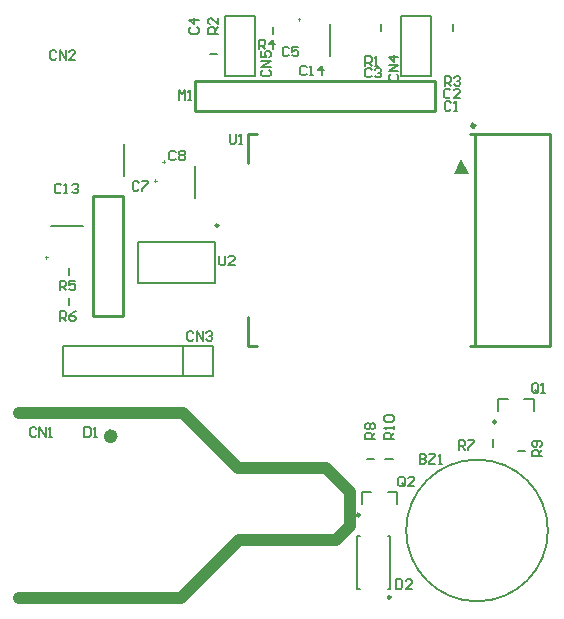
<source format=gto>
G04 Layer_Color=65535*
%FSLAX44Y44*%
%MOMM*%
G71*
G01*
G75*
%ADD29C,0.2540*%
%ADD30C,1.0000*%
%ADD45C,0.3000*%
%ADD46C,0.6000*%
%ADD47C,0.2500*%
%ADD48C,0.2000*%
%ADD49C,0.1000*%
%ADD50C,0.1900*%
G36*
X380350Y364350D02*
X367650D01*
X374000Y377050D01*
X380350Y364350D01*
D02*
G37*
D29*
X168468Y320928D02*
G03*
X168468Y320928I-1118J0D01*
G01*
X62300Y243910D02*
X87700D01*
Y345510D01*
X62300D02*
X87700D01*
X62300Y243910D02*
Y345510D01*
X148800Y417900D02*
X250400D01*
X148800Y443300D02*
X250400D01*
X352000D01*
X250400Y417900D02*
X352000D01*
X148800D02*
Y443300D01*
X352000Y417900D02*
Y443300D01*
X385900Y218700D02*
Y397900D01*
X193900Y218300D02*
X201400D01*
X193900D02*
Y243300D01*
Y373300D02*
Y398300D01*
X201400D01*
X381400Y218300D02*
X448900D01*
Y398300D01*
X381400D02*
X448900D01*
D30*
X0Y161652D02*
X138348D01*
X185000Y115000D01*
X260000D01*
X280000Y95000D01*
Y66000D02*
Y95000D01*
X268000Y54000D02*
X280000Y66000D01*
X186000Y54000D02*
X268000D01*
X137000Y5000D02*
X186000Y54000D01*
X0Y5000D02*
X137000D01*
D45*
X385750Y405250D02*
G03*
X385750Y405250I-1500J0D01*
G01*
D46*
X80250Y142250D02*
G03*
X80250Y142250I-3000J0D01*
G01*
D47*
X314500Y6000D02*
G03*
X314500Y6000I-1250J0D01*
G01*
X288050Y75630D02*
G03*
X288050Y75630I-1250J0D01*
G01*
X403620Y154370D02*
G03*
X403620Y154370I-1250J0D01*
G01*
D48*
X447500Y62500D02*
G03*
X447500Y62500I-60000J0D01*
G01*
X161000Y466000D02*
X167000D01*
X174400Y447080D02*
X199400D01*
X174400D02*
Y498080D01*
X199400D01*
Y447080D02*
Y498080D01*
X215000Y483000D02*
Y489000D01*
X263000Y464500D02*
Y491500D01*
X306000Y485000D02*
Y491000D01*
X323500Y447080D02*
X348500D01*
X323500D02*
Y498080D01*
X348500D01*
Y447080D02*
Y498080D01*
X367000Y485000D02*
Y491000D01*
X88900Y362420D02*
Y389420D01*
X148500Y343750D02*
Y370750D01*
X26500Y320000D02*
X53500D01*
X42000Y253610D02*
Y259610D01*
Y279010D02*
Y285010D01*
X163900Y193110D02*
Y218510D01*
X36900Y193110D02*
X163900D01*
X36900Y218510D02*
X163900D01*
X36900Y193110D02*
Y218510D01*
X138500Y193110D02*
Y218510D01*
X100850Y307060D02*
X165850D01*
X100850Y272060D02*
Y307060D01*
Y271810D02*
X165850D01*
Y272060D02*
Y307060D01*
X314000Y12500D02*
Y57500D01*
X286000Y12500D02*
Y57500D01*
X311750D02*
X314000D01*
X311750Y12500D02*
X314000D01*
X286000Y57500D02*
X288250D01*
X286000Y12500D02*
X288250D01*
X294000Y123000D02*
X300000D01*
X310000D02*
X316000D01*
X289800Y84630D02*
Y94630D01*
X297800D01*
X319800Y84630D02*
Y94630D01*
X311800D02*
X319800D01*
X422000Y130000D02*
X428000D01*
X400750Y133500D02*
Y139500D01*
X405370Y163370D02*
Y173370D01*
X413370D01*
X435370Y163370D02*
Y173370D01*
X427370D02*
X435370D01*
D49*
X235500Y495250D02*
X238000D01*
X236750Y494000D02*
Y496500D01*
X113900Y358670D02*
X116400D01*
X115150Y357420D02*
Y359920D01*
X121000Y374500D02*
X123500D01*
X122250Y373250D02*
Y375750D01*
X22750Y292500D02*
Y295000D01*
X21500Y293750D02*
X24000D01*
D50*
X326332Y101333D02*
Y106664D01*
X324999Y107997D01*
X322333D01*
X321000Y106664D01*
Y101333D01*
X322333Y100000D01*
X324999D01*
X323666Y102666D02*
X326332Y100000D01*
X324999D02*
X326332Y101333D01*
X334329Y100000D02*
X328997D01*
X334329Y105332D01*
Y106664D01*
X332996Y107997D01*
X330330D01*
X328997Y106664D01*
X301000Y140000D02*
X293003D01*
Y143999D01*
X294335Y145332D01*
X297001D01*
X298334Y143999D01*
Y140000D01*
Y142666D02*
X301000Y145332D01*
X294335Y147997D02*
X293003Y149330D01*
Y151996D01*
X294335Y153329D01*
X295668D01*
X297001Y151996D01*
X298334Y153329D01*
X299667D01*
X301000Y151996D01*
Y149330D01*
X299667Y147997D01*
X298334D01*
X297001Y149330D01*
X295668Y147997D01*
X294335D01*
X297001Y149330D02*
Y151996D01*
X442385Y125110D02*
X434387D01*
Y129109D01*
X435720Y130442D01*
X438386D01*
X439719Y129109D01*
Y125110D01*
Y127776D02*
X442385Y130442D01*
X441052Y133107D02*
X442385Y134440D01*
Y137106D01*
X441052Y138439D01*
X435720D01*
X434387Y137106D01*
Y134440D01*
X435720Y133107D01*
X437053D01*
X438386Y134440D01*
Y138439D01*
X372000Y131000D02*
Y138997D01*
X375999D01*
X377332Y137664D01*
Y134999D01*
X375999Y133666D01*
X372000D01*
X374666D02*
X377332Y131000D01*
X379997Y138997D02*
X385329D01*
Y137664D01*
X379997Y132333D01*
Y131000D01*
X439332Y180333D02*
Y185665D01*
X437999Y186997D01*
X435333D01*
X434000Y185665D01*
Y180333D01*
X435333Y179000D01*
X437999D01*
X436666Y181666D02*
X439332Y179000D01*
X437999D02*
X439332Y180333D01*
X441997Y179000D02*
X444663D01*
X443330D01*
Y186997D01*
X441997Y185665D01*
X319000Y20997D02*
Y13000D01*
X322999D01*
X324332Y14333D01*
Y19664D01*
X322999Y20997D01*
X319000D01*
X332329Y13000D02*
X326997D01*
X332329Y18332D01*
Y19664D01*
X330996Y20997D01*
X328330D01*
X326997Y19664D01*
X228332Y470664D02*
X226999Y471997D01*
X224333D01*
X223000Y470664D01*
Y465333D01*
X224333Y464000D01*
X226999D01*
X228332Y465333D01*
X236329Y471997D02*
X230997D01*
Y467999D01*
X233663Y469332D01*
X234996D01*
X236329Y467999D01*
Y465333D01*
X234996Y464000D01*
X232330D01*
X230997Y465333D01*
X135000Y427000D02*
Y434997D01*
X137666Y432332D01*
X140332Y434997D01*
Y427000D01*
X142997D02*
X145663D01*
X144330D01*
Y434997D01*
X142997Y433665D01*
X14332Y148665D02*
X12999Y149997D01*
X10333D01*
X9000Y148665D01*
Y143333D01*
X10333Y142000D01*
X12999D01*
X14332Y143333D01*
X16997Y142000D02*
Y149997D01*
X22329Y142000D01*
Y149997D01*
X24995Y142000D02*
X27661D01*
X26328D01*
Y149997D01*
X24995Y148665D01*
X317000Y140000D02*
X309003D01*
Y143999D01*
X310336Y145332D01*
X313001D01*
X314334Y143999D01*
Y140000D01*
Y142666D02*
X317000Y145332D01*
Y147997D02*
Y150663D01*
Y149330D01*
X309003D01*
X310336Y147997D01*
Y154662D02*
X309003Y155995D01*
Y158661D01*
X310336Y159994D01*
X315667D01*
X317000Y158661D01*
Y155995D01*
X315667Y154662D01*
X310336D01*
X34290Y240109D02*
Y248107D01*
X38289D01*
X39622Y246774D01*
Y244108D01*
X38289Y242775D01*
X34290D01*
X36956D02*
X39622Y240109D01*
X47619Y248107D02*
X44953Y246774D01*
X42287Y244108D01*
Y241442D01*
X43620Y240109D01*
X46286D01*
X47619Y241442D01*
Y242775D01*
X46286Y244108D01*
X42287D01*
X34000Y266000D02*
Y273997D01*
X37999D01*
X39332Y272665D01*
Y269999D01*
X37999Y268666D01*
X34000D01*
X36666D02*
X39332Y266000D01*
X47329Y273997D02*
X41997D01*
Y269999D01*
X44663Y271332D01*
X45996D01*
X47329Y269999D01*
Y267333D01*
X45996Y266000D01*
X43330D01*
X41997Y267333D01*
X203000Y470000D02*
Y477997D01*
X206999D01*
X208332Y476665D01*
Y473999D01*
X206999Y472666D01*
X203000D01*
X205666D02*
X208332Y470000D01*
X214996D02*
Y477997D01*
X210997Y473999D01*
X216329D01*
X360000Y439000D02*
Y446997D01*
X363999D01*
X365332Y445664D01*
Y442999D01*
X363999Y441666D01*
X360000D01*
X362666D02*
X365332Y439000D01*
X367997Y445664D02*
X369330Y446997D01*
X371996D01*
X373329Y445664D01*
Y444332D01*
X371996Y442999D01*
X370663D01*
X371996D01*
X373329Y441666D01*
Y440333D01*
X371996Y439000D01*
X369330D01*
X367997Y440333D01*
X168000Y483000D02*
X160003D01*
Y486999D01*
X161336Y488332D01*
X164001D01*
X165334Y486999D01*
Y483000D01*
Y485666D02*
X168000Y488332D01*
Y496329D02*
Y490997D01*
X162668Y496329D01*
X161336D01*
X160003Y494996D01*
Y492330D01*
X161336Y490997D01*
X293000Y456000D02*
Y463997D01*
X296999D01*
X298332Y462664D01*
Y459999D01*
X296999Y458666D01*
X293000D01*
X295666D02*
X298332Y456000D01*
X300997D02*
X303663D01*
X302330D01*
Y463997D01*
X300997Y462664D01*
X147332Y229664D02*
X145999Y230997D01*
X143333D01*
X142000Y229664D01*
Y224333D01*
X143333Y223000D01*
X145999D01*
X147332Y224333D01*
X149997Y223000D02*
Y230997D01*
X155329Y223000D01*
Y230997D01*
X157995Y229664D02*
X159328Y230997D01*
X161994D01*
X163326Y229664D01*
Y228332D01*
X161994Y226999D01*
X160661D01*
X161994D01*
X163326Y225666D01*
Y224333D01*
X161994Y223000D01*
X159328D01*
X157995Y224333D01*
X132332Y382664D02*
X130999Y383997D01*
X128333D01*
X127000Y382664D01*
Y377333D01*
X128333Y376000D01*
X130999D01*
X132332Y377333D01*
X134997Y382664D02*
X136330Y383997D01*
X138996D01*
X140329Y382664D01*
Y381332D01*
X138996Y379999D01*
X140329Y378666D01*
Y377333D01*
X138996Y376000D01*
X136330D01*
X134997Y377333D01*
Y378666D01*
X136330Y379999D01*
X134997Y381332D01*
Y382664D01*
X136330Y379999D02*
X138996D01*
X101332Y356665D02*
X99999Y357997D01*
X97333D01*
X96000Y356665D01*
Y351333D01*
X97333Y350000D01*
X99999D01*
X101332Y351333D01*
X103997Y357997D02*
X109329D01*
Y356665D01*
X103997Y351333D01*
Y350000D01*
X145336Y488332D02*
X144003Y486999D01*
Y484333D01*
X145336Y483000D01*
X150667D01*
X152000Y484333D01*
Y486999D01*
X150667Y488332D01*
X152000Y494996D02*
X144003D01*
X148001Y490997D01*
Y496329D01*
X298332Y452664D02*
X296999Y453997D01*
X294333D01*
X293000Y452664D01*
Y447333D01*
X294333Y446000D01*
X296999D01*
X298332Y447333D01*
X300997Y452664D02*
X302330Y453997D01*
X304996D01*
X306329Y452664D01*
Y451332D01*
X304996Y449999D01*
X303663D01*
X304996D01*
X306329Y448666D01*
Y447333D01*
X304996Y446000D01*
X302330D01*
X300997Y447333D01*
X364982Y435014D02*
X363649Y436347D01*
X360983D01*
X359650Y435014D01*
Y429683D01*
X360983Y428350D01*
X363649D01*
X364982Y429683D01*
X372979Y428350D02*
X367647D01*
X372979Y433682D01*
Y435014D01*
X371646Y436347D01*
X368980D01*
X367647Y435014D01*
X365332Y424664D02*
X363999Y425997D01*
X361333D01*
X360000Y424664D01*
Y419333D01*
X361333Y418000D01*
X363999D01*
X365332Y419333D01*
X367997Y418000D02*
X370663D01*
X369330D01*
Y425997D01*
X367997Y424664D01*
X339000Y126997D02*
Y119000D01*
X342999D01*
X344332Y120333D01*
Y121666D01*
X342999Y122999D01*
X339000D01*
X342999D01*
X344332Y124332D01*
Y125665D01*
X342999Y126997D01*
X339000D01*
X346997D02*
X352329D01*
Y125665D01*
X346997Y120333D01*
Y119000D01*
X352329D01*
X354995D02*
X357661D01*
X356328D01*
Y126997D01*
X354995Y125665D01*
X178000Y397997D02*
Y391333D01*
X179333Y390000D01*
X181999D01*
X183332Y391333D01*
Y397997D01*
X185997Y390000D02*
X188663D01*
X187330D01*
Y397997D01*
X185997Y396665D01*
X55000Y149997D02*
Y142000D01*
X58999D01*
X60332Y143333D01*
Y148665D01*
X58999Y149997D01*
X55000D01*
X62997Y142000D02*
X65663D01*
X64330D01*
Y149997D01*
X62997Y148665D01*
X31332Y467664D02*
X29999Y468997D01*
X27333D01*
X26000Y467664D01*
Y462333D01*
X27333Y461000D01*
X29999D01*
X31332Y462333D01*
X33997Y461000D02*
Y468997D01*
X39329Y461000D01*
Y468997D01*
X47326Y461000D02*
X41995D01*
X47326Y466332D01*
Y467664D01*
X45994Y468997D01*
X43328D01*
X41995Y467664D01*
X35332Y354664D02*
X33999Y355997D01*
X31333D01*
X30000Y354664D01*
Y349333D01*
X31333Y348000D01*
X33999D01*
X35332Y349333D01*
X37997Y348000D02*
X40663D01*
X39330D01*
Y355997D01*
X37997Y354664D01*
X44662D02*
X45995Y355997D01*
X48661D01*
X49994Y354664D01*
Y353332D01*
X48661Y351999D01*
X47328D01*
X48661D01*
X49994Y350666D01*
Y349333D01*
X48661Y348000D01*
X45995D01*
X44662Y349333D01*
X243332Y454664D02*
X241999Y455997D01*
X239333D01*
X238000Y454664D01*
Y449333D01*
X239333Y448000D01*
X241999D01*
X243332Y449333D01*
X245997Y448000D02*
X248663D01*
X247330D01*
Y455997D01*
X245997Y454664D01*
X256661Y448000D02*
Y455997D01*
X252662Y451999D01*
X257994D01*
X314335Y448632D02*
X313003Y447299D01*
Y444633D01*
X314335Y443300D01*
X319667D01*
X321000Y444633D01*
Y447299D01*
X319667Y448632D01*
X321000Y451297D02*
X313003D01*
X321000Y456629D01*
X313003D01*
X321000Y463294D02*
X313003D01*
X317001Y459295D01*
Y464627D01*
X206336Y452332D02*
X205003Y450999D01*
Y448333D01*
X206336Y447000D01*
X211667D01*
X213000Y448333D01*
Y450999D01*
X211667Y452332D01*
X213000Y454997D02*
X205003D01*
X213000Y460329D01*
X205003D01*
Y468326D02*
Y462995D01*
X209001D01*
X207668Y465661D01*
Y466994D01*
X209001Y468326D01*
X211667D01*
X213000Y466994D01*
Y464328D01*
X211667Y462995D01*
X169000Y294997D02*
Y288333D01*
X170333Y287000D01*
X172999D01*
X174332Y288333D01*
Y294997D01*
X182329Y287000D02*
X176997D01*
X182329Y292332D01*
Y293664D01*
X180996Y294997D01*
X178330D01*
X176997Y293664D01*
M02*

</source>
